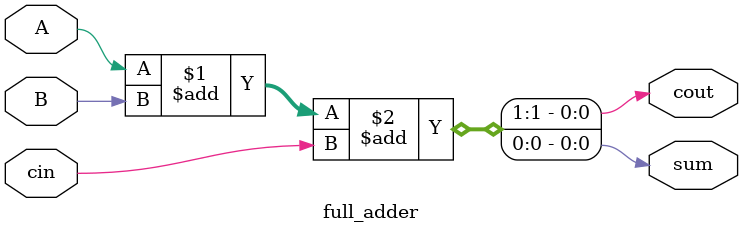
<source format=v>



module full_adder
(
    input A,
    input B,
    input cin,
    output wire sum,
    output wire cout
 );
 
 
  assign {cout,sum} = A + B + cin; 
 
endmodule

</source>
